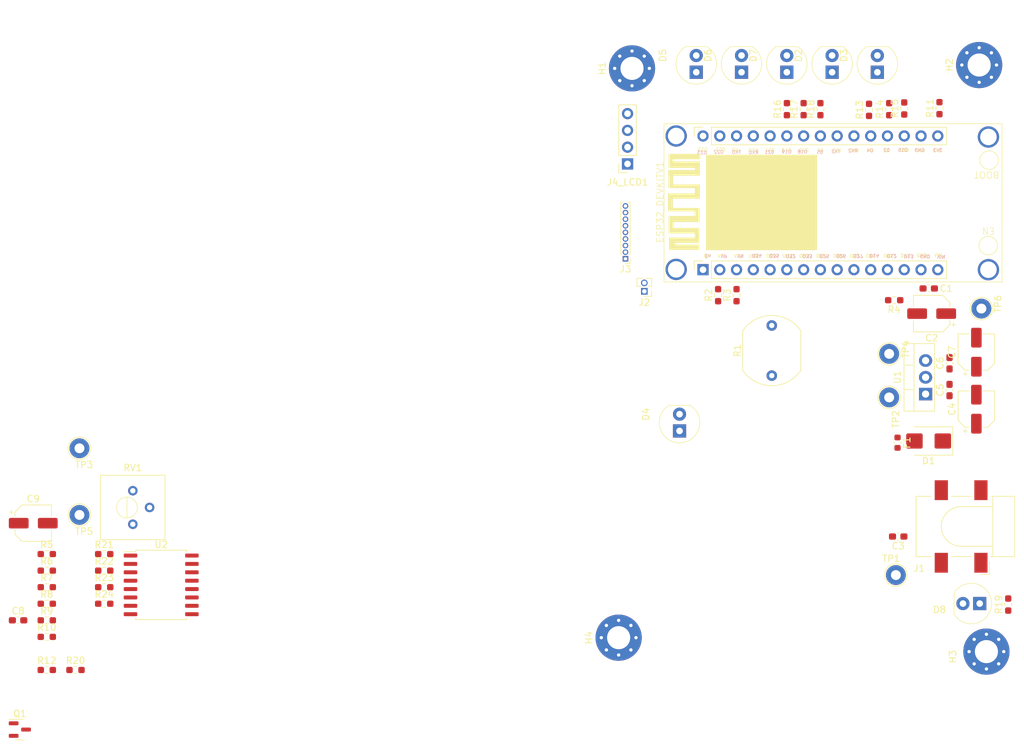
<source format=kicad_pcb>
(kicad_pcb (version 20221018) (generator pcbnew)
  (layers (0 "F.Cu" signal) (1 "In1.Cu" power) (2 "In2.Cu" mixed) (31 "B.Cu" mixed) (34 "B.Paste" user) (35 "F.Paste" user) (36 "B.SilkS" user "B.Silkscreen") (37 "F.SilkS" user "F.Silkscreen") (38 "B.Mask" user) (39 "F.Mask" user) (44 "Edge.Cuts" user))
  (net 0 "")
  (net 1 "+5V")
  (net 2 "GND")
  (net 3 "Vin")
  (net 4 "Net-(U2-VDD)")
  (net 5 "Net-(D1-A)")
  (net 6 "Net-(D2-Pad1)")
  (net 7 "Net-(D3-Pad1)")
  (net 8 "Net-(D4-Pad1)")
  (net 9 "Net-(D5-Pad1)")
  (net 10 "Net-(D6-Pad1)")
  (net 11 "Net-(D7-Pad1)")
  (net 21 "Net-(ESP32_DEVKITV1-GPIO34)")
  (net 22 "Net-(ESP32_DEVKITV1-VN_GPIO39)")
  (net 23 "Net-(ESP32_DEVKITV1-VP_GPIO36)")
  (net 26 "Net-(ESP32_DEVKITV1-GPIO22_SCL)")
  (net 27 "Net-(DF_Player1-RX)")
  (net 28 "Net-(DF_Player1-TX)")
  (net 31 "Net-(ESP32_DEVKITV1-GPIO21_SDA)")
  (net 32 "Net-(ESP32_DEVKITV1-GPIO19)")
  (net 33 "Net-(ESP32_DEVKITV1-GPIO18)")
  (net 34 "Net-(ESP32_DEVKITV1-GPIO5)")
  (net 35 "Net-(ESP32_DEVKITV1-GPIO4)")
  (net 36 "Net-(ESP32_DEVKITV1-GPIO2)")
  (net 37 "Net-(ESP32_DEVKITV1-GPIO15)")
  (net 38 "Net-(ESP32_DEVKITV1-3V3)")
  (net 39 "Net-(F1-Pad2)")
  (net 40 "Net-(Q1-G)")
  (net 41 "Net-(Q1-D)")
  (net 42 "+3.3V")
  (net 43 "Net-(U2-A2)")
  (net 44 "Net-(U2-A1)")
  (net 45 "Net-(U2-A0)")
  (net 46 "Net-(U2-~{INT})")
  (net 47 "Net-(D8-Pad1)")
  (net 48 "Net-(U2-P3)")
  (net 49 "Net-(U3-VO)")
  (net 50 "Net-(U2-P0)")
  (net 51 "Net-(U2-P1)")
  (net 52 "Net-(U2-P2)")
  (net 53 "Net-(U2-P4)")
  (net 54 "Net-(U2-P5)")
  (net 55 "Net-(U2-P6)")
  (net 56 "Net-(U2-P7)")
  (net 59 "Net-(J2-Pin_1)")
  (net 60 "Net-(J2-Pin_2)")
  (footprint "Resistor_SMD:R_0603_1608Metric_Pad0.98x0.95mm_HandSolder" (layer "F.Cu") (at 176.784 45.9075 90)
    (fp_text reference "R11" (at 0 -1.43 90) (layer "F.SilkS"))
    (fp_text value "1 Ohm")
    (pad "1" smd roundrect (at -0.9125 0 90) (size 0.975 0.95) (layers "F.Cu" "F.Paste" "F.Mask") (net 38 "Net-(ESP32_DEVKITV1-3V3)"))
    (pad "2" smd roundrect (at 0.9125 0 90) (size 0.975 0.95) (layers "F.Cu" "F.Paste" "F.Mask") (net 42 "+3.3V"))
  )
  (footprint "GeneralPurposeAlarmDevicePCB:LED_5mm_Radial" (layer "F.Cu") (at 180.34 120.988 180)
    (fp_text reference "D8" (at 3.556 -0.932) (layer "F.SilkS"))
    (fp_text value "LED_T1.75_CLEAR_RED")
    (pad "1" thru_hole rect (at -2.54 0 180) (size 2 2) (drill 1) (layers "*.Cu" "*.Mask") (net 47 "Net-(D8-Pad1)"))
    (pad "2" thru_hole circle (at 0 0 180) (size 2 2) (drill 1) (layers "*.Cu" "*.Mask") (net 2 "GND"))
  )
  (footprint "Resistor_SMD:R_0603_1608Metric_Pad0.98x0.95mm_HandSolder" (layer "F.Cu") (at 41.58 115.996)
    (fp_text reference "R6" (at 0 -1.43) (layer "F.SilkS"))
    (fp_text value "4K7")
    (pad "1" smd roundrect (at -0.9125 0) (size 0.975 0.95) (layers "F.Cu" "F.Paste" "F.Mask") (net 44 "Net-(U2-A1)"))
    (pad "2" smd roundrect (at 0.9125 0) (size 0.975 0.95) (layers "F.Cu" "F.Paste" "F.Mask") (net 4 "Net-(U2-VDD)"))
  )
  (footprint "Resistor_SMD:R_0603_1608Metric_Pad0.98x0.95mm_HandSolder" (layer "F.Cu") (at 50.28 118.506)
    (fp_text reference "R23" (at 0 -1.43) (layer "F.SilkS"))
    (fp_text value "DNI")
    (pad "1" smd roundrect (at -0.9125 0) (size 0.975 0.95) (layers "F.Cu" "F.Paste" "F.Mask") (net 49 "Net-(U3-VO)"))
    (pad "2" smd roundrect (at 0.9125 0) (size 0.975 0.95) (layers "F.Cu" "F.Paste" "F.Mask") (net 4 "Net-(U2-VDD)"))
  )
  (footprint "Capacitor_SMD:C_0603_1608Metric_Pad1.08x0.95mm_HandSolder" (layer "F.Cu") (at 178.308 84.5655 90)
    (fp_text reference "C6" (at 0 -1.43 90) (layer "F.SilkS"))
    (fp_text value "100nF")
    (pad "1" smd roundrect (at -0.8625 0 90) (size 1.075 0.95) (layers "F.Cu" "F.Paste" "F.Mask") (net 1 "+5V"))
    (pad "2" smd roundrect (at 0.8625 0 90) (size 1.075 0.95) (layers "F.Cu" "F.Paste" "F.Mask") (net 2 "GND"))
  )
  (footprint "Resistor_SMD:R_0603_1608Metric_Pad0.98x0.95mm_HandSolder" (layer "F.Cu") (at 187.198 121.1385 90)
    (fp_text reference "R19" (at 0 -1.43 90) (layer "F.SilkS"))
    (fp_text value "330R")
    (pad "1" smd roundrect (at -0.9125 0 90) (size 0.975 0.95) (layers "F.Cu" "F.Paste" "F.Mask") (net 47 "Net-(D8-Pad1)"))
    (pad "2" smd roundrect (at 0.9125 0 90) (size 0.975 0.95) (layers "F.Cu" "F.Paste" "F.Mask") (net 1 "+5V"))
  )
  (footprint "Resistor_SMD:R_0603_1608Metric_Pad0.98x0.95mm_HandSolder" (layer "F.Cu") (at 50.28 113.486)
    (fp_text reference "R21" (at 0 -1.43) (layer "F.SilkS"))
    (fp_text value "4K7")
    (pad "1" smd roundrect (at -0.9125 0) (size 0.975 0.95) (layers "F.Cu" "F.Paste" "F.Mask") (net 48 "Net-(U2-P3)"))
    (pad "2" smd roundrect (at 0.9125 0) (size 0.975 0.95) (layers "F.Cu" "F.Paste" "F.Mask") (net 4 "Net-(U2-VDD)"))
  )
  (footprint "TestPoint:TestPoint_Loop_D2.54mm_Drill1.5mm_Beaded" (layer "F.Cu") (at 169.164 89.746 90)
    (fp_text reference "TP2" (at -3.302 1.016 90) (layer "F.SilkS"))
    (fp_text value "TestPoint")
    (pad "1" thru_hole circle (at 0 0 90) (size 3 3) (drill 1.5) (layers "*.Cu" "*.Mask") (net 3 "Vin"))
  )
  (footprint "GeneralPurposeAlarmDevicePCB:MountingHole_3.5mm_Pad_Via" (layer "F.Cu") (at 183.896 128.27 90)
    (fp_text reference "H3" (at -0.762 -5.08 90) (layer "F.SilkS"))
    (fp_text value "MountingHole_Pad_3.5mm")
    (pad "1" thru_hole circle (at -2.625 0 90) (size 0.8 0.8) (drill 0.5) (layers "*.Cu" "*.Mask") (net 2 "GND"))
    (pad "1" thru_hole circle (at -1.856155 -1.856155 90) (size 0.8 0.8) (drill 0.5) (layers "*.Cu" "*.Mask") (net 2 "GND"))
    (pad "1" thru_hole circle (at -1.856155 1.856155 90) (size 0.8 0.8) (drill 0.5) (layers "*.Cu" "*.Mask") (net 2 "GND"))
    (pad "1" thru_hole circle (at 0 -2.625 90) (size 0.8 0.8) (drill 0.5) (layers "*.Cu" "*.Mask") (net 2 "GND"))
    (pad "1" thru_hole circle (at 0 0 90) (size 7 7) (drill 3.5) (layers "*.Cu" "*.Mask") (net 2 "GND"))
    (pad "1" thru_hole circle (at 0 2.625 90) (size 0.8 0.8) (drill 0.5) (layers "*.Cu" "*.Mask") (net 2 "GND"))
    (pad "1" thru_hole circle (at 1.856155 -1.856155 90) (size 0.8 0.8) (drill 0.5) (layers "*.Cu" "*.Mask") (net 2 "GND"))
    (pad "1" thru_hole circle (at 1.856155 1.856155 90) (size 0.8 0.8) (drill 0.5) (layers "*.Cu" "*.Mask") (net 2 "GND"))
    (pad "1" thru_hole circle (at 2.625 0 90) (size 0.8 0.8) (drill 0.5) (layers "*.Cu" "*.Mask") (net 2 "GND"))
  )
  (footprint "Capacitor_SMD:C_0603_1608Metric_Pad1.08x0.95mm_HandSolder" (layer "F.Cu") (at 170.5345 110.828 180)
    (fp_text reference "C3" (at 0 -1.43) (layer "F.SilkS"))
    (fp_text value "39pF")
    (pad "1" smd roundrect (at -0.8625 0 180) (size 1.075 0.95) (layers "F.Cu" "F.Paste" "F.Mask") (net 2 "GND"))
    (pad "2" smd roundrect (at 0.8625 0 180) (size 1.075 0.95) (layers "F.Cu" "F.Paste" "F.Mask") (net 2 "GND"))
  )
  (footprint "Capacitor_SMD:CP_Elec_5x5.4" (layer "F.Cu") (at 182.372 91.524 90)
    (fp_text reference "C4" (at 0 -3.7 90) (layer "F.SilkS"))
    (fp_text value "47uF 16V")
    (pad "1" smd roundrect (at -2.2 0 90) (size 3 1.6) (layers "F.Cu" "F.Paste" "F.Mask") (roundrect_rratio 0.15625) (net 3 "Vin"))
    (pad "2" smd roundrect (at 2.2 0 90) (size 3 1.6) (layers "F.Cu" "F.Paste" "F.Mask") (roundrect_rratio 0.15625) (net 2 "GND"))
  )
  (footprint "OptoDevice:R_LDR_10x8.5mm_P7.6mm_Vertical" (layer "F.Cu") (at 151.384 86.444 90)
    (fp_text reference "R1" (at 3.8 -5.2 90) (layer "F.SilkS"))
    (fp_text value "LDR03")
    (pad "1" thru_hole circle (at 0 0 90) (size 1.6 1.6) (drill 0.8) (layers "*.Cu" "*.Mask") (net 2 "GND"))
    (pad "2" thru_hole circle (at 7.6 0 90) (size 1.6 1.6) (drill 0.8) (layers "*.Cu" "*.Mask") (net 21 "Net-(ESP32_DEVKITV1-GPIO34)"))
  )
  (footprint "Package_TO_SOT_SMD:SOT-23" (layer "F.Cu") (at 37.5 140.086)
    (fp_text reference "Q1" (at 0 -2.4) (layer "F.SilkS"))
    (fp_text value "BSS138")
    (pad "1" smd roundrect (at -0.9375 -0.95) (size 1.475 0.6) (layers "F.Cu" "F.Paste" "F.Mask") (net 40 "Net-(Q1-G)"))
    (pad "2" smd roundrect (at -0.9375 0.95) (size 1.475 0.6) (layers "F.Cu" "F.Paste" "F.Mask") (net 2 "GND"))
    (pad "3" smd roundrect (at 0.9375 0) (size 1.475 0.6) (layers "F.Cu" "F.Paste" "F.Mask") (net 41 "Net-(Q1-D)"))
  )
  (footprint "Resistor_SMD:R_0603_1608Metric_Pad0.98x0.95mm_HandSolder" (layer "F.Cu") (at 41.58 113.486)
    (fp_text reference "R5" (at 0 -1.43) (layer "F.SilkS"))
    (fp_text value "4K7")
    (pad "1" smd roundrect (at -0.9125 0) (size 0.975 0.95) (layers "F.Cu" "F.Paste" "F.Mask") (net 43 "Net-(U2-A2)"))
    (pad "2" smd roundrect (at 0.9125 0) (size 0.975 0.95) (layers "F.Cu" "F.Paste" "F.Mask") (net 4 "Net-(U2-VDD)"))
  )
  (footprint "TestPoint:TestPoint_Loop_D2.54mm_Drill1.5mm_Beaded" (layer "F.Cu") (at 46.53 97.456)
    (fp_text reference "TP3" (at 0.7 2.5) (layer "F.SilkS"))
    (fp_text value "nINT")
    (pad "1" thru_hole circle (at 0 0) (size 3 3) (drill 1.5) (layers "*.Cu" "*.Mask") (net 46 "Net-(U2-~{INT})"))
  )
  (footprint "Capacitor_SMD:C_0603_1608Metric_Pad1.08x0.95mm_HandSolder" (layer "F.Cu") (at 175.1595 73.236 180)
    (fp_text reference "C1" (at -2.6405 0) (layer "F.SilkS"))
    (fp_text value "100nF")
    (pad "1" smd roundrect (at -0.8625 0 180) (size 1.075 0.95) (layers "F.Cu" "F.Paste" "F.Mask") (net 1 "+5V"))
    (pad "2" smd roundrect (at 0.8625 0 180) (size 1.075 0.95) (layers "F.Cu" "F.Paste" "F.Mask") (net 2 "GND"))
  )
  (footprint "TestPoint:TestPoint_Loop_D2.54mm_Drill1.5mm_Beaded" (layer "F.Cu") (at 46.53 107.556)
    (fp_text reference "TP5" (at 0.7 2.5) (layer "F.SilkS"))
    (fp_text value "Vcc_LCD")
    (pad "1" thru_hole circle (at 0 0) (size 3 3) (drill 1.5) (layers "*.Cu" "*.Mask") (net 4 "Net-(U2-VDD)"))
  )
  (footprint "Resistor_SMD:R_0603_1608Metric_Pad0.98x0.95mm_HandSolder" (layer "F.Cu") (at 41.58 118.506)
    (fp_text reference "R7" (at 0 -1.43) (layer "F.SilkS"))
    (fp_text value "4K7")
    (pad "1" smd roundrect (at -0.9125 0) (size 0.975 0.95) (layers "F.Cu" "F.Paste" "F.Mask") (net 45 "Net-(U2-A0)"))
    (pad "2" smd roundrect (at 0.9125 0) (size 0.975 0.95) (layers "F.Cu" "F.Paste" "F.Mask") (net 4 "Net-(U2-VDD)"))
  )
  (footprint "GeneralPurposeAlarmDevicePCB:MountingHole_3.5mm_Pad_Via" (layer "F.Cu") (at 130.217 39.878 90)
    (fp_text reference "H1" (at 0 -4.5 90) (layer "F.SilkS"))
    (fp_text value "MountingHole_Pad_3.5mm")
    (pad "1" thru_hole circle (at -2.625 0 90) (size 0.8 0.8) (drill 0.5) (layers "*.Cu" "*.Mask") (net 2 "GND"))
    (pad "1" thru_hole circle (at -1.856155 -1.856155 90) (size 0.8 0.8) (drill 0.5) (layers "*.Cu" "*.Mask") (net 2 "GND"))
    (pad "1" thru_hole circle (at -1.856155 1.856155 90) (size 0.8 0.8) (drill 0.5) (layers "*.Cu" "*.Mask") (net 2 "GND"))
    (pad "1" thru_hole circle (at 0 -2.625 90) (size 0.8 0.8) (drill 0.5) (layers "*.Cu" "*.Mask") (net 2 "GND"))
    (pad "1" thru_hole circle (at 0 0 90) (size 7 7) (drill 3.5) (layers "*.Cu" "*.Mask") (net 2 "GND"))
    (pad "1" thru_hole circle (at 0 2.625 90) (size 0.8 0.8) (drill 0.5) (layers "*.Cu" "*.Mask") (net 2 "GND"))
    (pad "1" thru_hole circle (at 1.856155 -1.856155 90) (size 0.8 0.8) (drill 0.5) (layers "*.Cu" "*.Mask") (net 2 "GND"))
    (pad "1" thru_hole circle (at 1.856155 1.856155 90) (size 0.8 0.8) (drill 0.5) (layers "*.Cu" "*.Mask") (net 2 "GND"))
    (pad "1" thru_hole circle (at 2.625 0 90) (size 0.8 0.8) (drill 0.5) (layers "*.Cu" "*.Mask") (net 2 "GND"))
  )
  (footprint "Connector_PinSocket_2.54mm:PinSocket_1x04_P2.54mm_Vertical" (layer "F.Cu") (at 129.54 54.356 180)
    (fp_text reference "J4_LCD1" (at 0 -2.77) (layer "F.SilkS"))
    (fp_text value "Conn_01x04")
    (pad "1" thru_hole rect (at 0 0 180) (size 1.7 1.7) (drill 1) (layers "*.Cu" "*.Mask") (net 2 "GND"))
    (pad "2" thru_hole oval (at 0 2.54 180) (size 1.7 1.7) (drill 1) (layers "*.Cu" "*.Mask") (net 1 "+5V"))
    (pad "3" thru_hole oval (at 0 5.08 180) (size 1.7 1.7) (drill 1) (layers "*.Cu" "*.Mask") (net 31 "Net-(ESP32_DEVKITV1-GPIO21_SDA)"))
    (pad "4" thru_hole oval (at 0 7.62 180) (size 1.7 1.7) (drill 1) (layers "*.Cu" "*.Mask") (net 26 "Net-(ESP32_DEVKITV1-GPIO22_SCL)"))
  )
  (footprint "TestPoint:TestPoint_Loop_D2.54mm_Drill1.5mm_Beaded" (layer "F.Cu") (at 183.134 76.284 90)
    (fp_text reference "TP6" (at 0.7 2.5 90) (layer "F.SilkS"))
    (fp_text value "TestPoint")
    (pad "1" thru_hole circle (at 0 0 90) (size 3 3) (drill 1.5) (layers "*.Cu" "*.Mask") (net 1 "+5V"))
  )
  (footprint "Fuse:Fuse_0603_1608Metric" (layer "F.Cu") (at 170.434 96.604 -90)
    (fp_text reference "F1" (at 0 -1.43 90) (layer "F.SilkS"))
    (fp_text value "Polyfuse_Small")
    (pad "1" smd roundrect (at -0.7875 0 270) (size 0.875 0.95) (layers "F.Cu" "F.Paste" "F.Mask") (net 5 "Net-(D1-A)"))
    (pad "2" smd roundrect (at 0.7875 0 270) (size 0.875 0.95) (layers "F.Cu" "F.Paste" "F.Mask") (net 39 "Net-(F1-Pad2)"))
  )
  (footprint "Capacitor_SMD:CP_Elec_5x5.4" (layer "F.Cu") (at 39.53 108.806)
    (fp_text reference "C9" (at 0 -3.7) (layer "F.SilkS"))
    (fp_text value "47uF 16V")
    (pad "1" smd roundrect (at -2.2 0) (size 3 1.6) (layers "F.Cu" "F.Paste" "F.Mask") (roundrect_rratio 0.15625) (net 4 "Net-(U2-VDD)"))
    (pad "2" smd roundrect (at 2.2 0) (size 3 1.6) (layers "F.Cu" "F.Paste" "F.Mask") (roundrect_rratio 0.15625) (net 2 "GND"))
  )
  (footprint "Resistor_SMD:R_0603_1608Metric_Pad0.98x0.95mm_HandSolder" (layer "F.Cu") (at 143.256 74.252 90)
    (fp_text reference "R2" (at 0 -1.43 90) (layer "F.SilkS"))
    (fp_text value "10 k")
    (pad "1" smd roundrect (at -0.9125 0 90) (size 0.975 0.95) (layers "F.Cu" "F.Paste" "F.Mask") (net 23 "Net-(ESP32_DEVKITV1-VP_GPIO36)"))
    (pad "2" smd roundrect (at 0.9125 0 90) (size 0.975 0.95) (layers "F.Cu" "F.Paste" "F.Mask") (net 42 "+3.3V"))
  )
  (footprint "GeneralPurposeAlarmDevicePCB:LED_5mm_Radial" (layer "F.Cu") (at 160.521155 37.924155 90)
    (fp_text reference "D2" (at 0 -5.08 90) (layer "F.SilkS"))
    (fp_text value "LED_T1.75_CLEAR_RED")
    (pad "1" thru_hole rect (at -2.54 0 90) (size 2 2) (drill 1) (layers "*.Cu" "*.Mask") (net 6 "Net-(D2-Pad1)"))
    (pad "2" thru_hole circle (at 0 0 90) (size 2 2) (drill 1) (layers "*.Cu" "*.Mask") (net 2 "GND"))
  )
  (footprint "GeneralPurposeAlarmDevicePCB:LED_5mm_Radial" (layer "F.Cu") (at 139.947155 37.924155 90)
    (fp_text reference "D5" (at 0 -5.08 90) (layer "F.SilkS"))
    (fp_text value "LED_T1.75_CLEAR_RED")
    (pad "1" thru_hole rect (at -2.54 0 90) (size 2 2) (drill 1) (layers "*.Cu" "*.Mask") (net 9 "Net-(D5-Pad1)"))
    (pad "2" thru_hole circle (at 0 0 90) (size 2 2) (drill 1) (layers "*.Cu" "*.Mask") (net 2 "GND"))
  )
  (footprint "Capacitor_SMD:C_0603_1608Metric_Pad1.08x0.95mm_HandSolder" (layer "F.Cu") (at 37.23 123.526)
    (fp_text reference "C8" (at 0 -1.43) (layer "F.SilkS"))
    (fp_text value "100nF")
    (pad "1" smd roundrect (at -0.8625 0) (size 1.075 0.95) (layers "F.Cu" "F.Paste" "F.Mask") (net 4 "Net-(U2-VDD)"))
    (pad "2" smd roundrect (at 0.8625 0) (size 1.075 0.95) (layers "F.Cu" "F.Paste" "F.Mask") (net 2 "GND"))
  )
  (footprint "Resistor_SMD:R_0603_1608Metric_Pad0.98x0.95mm_HandSolder" (layer "F.Cu") (at 153.67 46.058 90)
    (fp_text reference "R16" (at 0 -1.43 90) (layer "F.SilkS"))
    (fp_text value "60 ohm")
    (pad "1" smd roundrect (at -0.9125 0 90) (size 0.975 0.95) (layers "F.Cu" "F.Paste" "F.Mask") (net 9 "Net-(D5-Pad1)"))
    (pad "2" smd roundrect (at 0.9125 0 90) (size 0.975 0.95) (layers "F.Cu" "F.Paste" "F.Mask") (net 32 "Net-(ESP32_DEVKITV1-GPIO19)"))
  )
  (footprint "Resistor_SMD:R_0603_1608Metric_Pad0.98x0.95mm_HandSolder" (layer "F.Cu") (at 158.75 46.058 90)
    (fp_text reference "R18" (at 0 -1.43 90) (layer "F.SilkS"))
    (fp_text value "60 ohm")
    (pad "1" smd roundrect (at -0.9125 0 90) (size 0.975 0.95) (layers "F.Cu" "F.Paste" "F.Mask") (net 11 "Net-(D7-Pad1)"))
    (pad "2" smd roundrect (at 0.9125 0 90) (size 0.975 0.95) (layers "F.Cu" "F.Paste" "F.Mask") (net 34 "Net-(ESP32_DEVKITV1-GPIO5)"))
  )
  (footprint "Resistor_SMD:R_0603_1608Metric_Pad0.98x0.95mm_HandSolder" (layer "F.Cu") (at 171.45 45.9545 90)
    (fp_text reference "R15" (at 0 -1.43 90) (layer "F.SilkS"))
    (fp_text value "60 ohm")
    (pad "1" smd roundrect (at -0.9125 0 90) (size 0.975 0.95) (layers "F.Cu" "F.Paste" "F.Mask") (net 8 "Net-(D4-Pad1)"))
    (pad "2" smd roundrect (at 0.9125 0 90) (size 0.975 0.95) (layers "F.Cu" "F.Paste" "F.Mask") (net 37 "Net-(ESP32_DEVKITV1-GPIO15)"))
  )
  (footprint "GeneralPurposeAlarmDevicePCB:MountingHole_3.5mm_Pad_Via" (layer "F.Cu") (at 128.191845 126.159845 90)
    (fp_text reference "H4" (at 0 -4.5 90) (layer "F.SilkS"))
    (fp_text value "MountingHole_Pad_3.5mm")
    (pad "1" thru_hole circle (at -2.625 0 90) (size 0.8 0.8) (drill 0.5) (layers "*.Cu" "*.Mask") (net 2 "GND"))
    (pad "1" thru_hole circle (at -1.856155 -1.856155 90) (size 0.8 0.8) (drill 0.5) (layers "*.Cu" "*.Mask") (net 2 "GND"))
    (pad "1" thru_hole circle (at -1.856155 1.856155 90) (size 0.8 0.8) (drill 0.5) (layers "*.Cu" "*.Mask") (net 2 "GND"))
    (pad "1" thru_hole circle (at 0 -2.625 90) (size 0.8 0.8) (drill 0.5) (layers "*.Cu" "*.Mask") (net 2 "GND"))
    (pad "1" thru_hole circle (at 0 0 90) (size 7 7) (drill 3.5) (layers "*.Cu" "*.Mask") (net 2 "GND"))
    (pad "1" thru_hole circle (at 0 2.625 90) (size 0.8 0.8) (drill 0.5) (layers "*.Cu" "*.Mask") (net 2 "GND"))
    (pad "1" thru_hole circle (at 1.856155 -1.856155 90) (size 0.8 0.8) (drill 0.5) (layers "*.Cu" "*.Mask") (net 2 "GND"))
    (pad "1" thru_hole circle (at 1.856155 1.856155 90) (size 0.8 0.8) (drill 0.5) (layers "*.Cu" "*.Mask") (net 2 "GND"))
    (pad "1" thru_hole circle (at 2.625 0 90) (size 0.8 0.8) (drill 0.5) (layers "*.Cu" "*.Mask") (net 2 "GND"))
  )
  (footprint "GeneralPurposeAlarmDevicePCB:LED_5mm_Radial" (layer "F.Cu") (at 146.805155 37.924155 90)
    (fp_text reference "D6" (at 0 -5.08 90) (layer "F.SilkS"))
    (fp_text value "LED_T1.75_CLEAR_RED")
    (pad "1" thru_hole rect (at -2.54 0 90) (size 2 2) (drill 1) (layers "*.Cu" "*.Mask") (net 10 "Net-(D6-Pad1)"))
    (pad "2" thru_hole circle (at 0 0 90) (size 2 2) (drill 1) (layers "*.Cu" "*.Mask") (net 2 "GND"))
  )
  (footprint "GeneralPurposeAlarmDevicePCB:LED_5mm_Radial" (layer "F.Cu") (at 153.663155 37.924155 90)
    (fp_text reference "D7" (at 0 -5.08 90) (layer "F.SilkS"))
    (fp_text value "LED_T1.75_CLEAR_RED")
    (pad "1" thru_hole rect (at -2.54 0 90) (size 2 2) (drill 1) (layers "*.Cu" "*.Mask") (net 11 "Net-(D7-Pad1)"))
    (pad "2" thru_hole circle (at 0 0 90) (size 2 2) (drill 1) (layers "*.Cu" "*.Mask") (net 2 "GND"))
  )
  (footprint "Capacitor_SMD:CP_Elec_5x5.4" (layer "F.Cu") (at 175.6 77.046 180)
    (fp_text reference "C2" (at 0 -3.7) (layer "F.SilkS"))
    (fp_text value "47uF 16V")
    (pad "1" smd roundrect (at -2.2 0 180) (size 3 1.6) (layers "F.Cu" "F.Paste" "F.Mask") (roundrect_rratio 0.15625) (net 1 "+5V"))
    (pad "2" smd roundrect (at 2.2 0 180) (size 3 1.6) (layers "F.Cu" "F.Paste" "F.Mask") (roundrect_rratio 0.15625) (net 2 "GND"))
  )
  (footprint "Capacitor_SMD:C_0603_1608Metric_Pad1.08x0.95mm_HandSolder" (layer "F.Cu") (at 178.308 88.6295 90)
    (fp_text reference "C5" (at 0 -1.43 90) (layer "F.SilkS"))
    (fp_text value "100nF")
    (pad "1" smd roundrect (at -0.8625 0 90) (size 1.075 0.95) (layers "F.Cu" "F.Paste" "F.Mask") (net 3 "Vin"))
    (pad "2" smd roundrect (at 0.8625 0 90) (size 1.075 0.95) (layers "F.Cu" "F.Paste" "F.Mask") (net 2 "GND"))
  )
  (footprint "Resistor_SMD:R_0603_1608Metric_Pad0.98x0.95mm_HandSolder" (layer "F.Cu") (at 41.58 131.056)
    (fp_text reference "R12" (at 0 -1.43) (layer "F.SilkS"))
    (fp_text value "1R0")
    (pad "1" smd roundrect (at -0.9125 0) (size 0.975 0.95) (layers "F.Cu" "F.Paste" "F.Mask") (net 45 "Net-(U2-A0)"))
    (pad "2" smd roundrect (at 0.9125 0) (size 0.975 0.95) (layers "F.Cu" "F.Paste" "F.Mask") (net 2 "GND"))
  )
  (footprint "Resistor_SMD:R_0603_1608Metric_Pad0.98x0.95mm_HandSolder" (layer "F.Cu") (at 50.28 121.016)
    (fp_text reference "R24" (at 0 -1.43) (layer "F.SilkS"))
    (fp_text value "DNI")
    (pad "1" smd roundrect (at -0.9125 0) (size 0.975 0.95) (layers "F.Cu" "F.Paste" "F.Mask") (net 2 "GND"))
    (pad "2" smd roundrect (at 0.9125 0) (size 0.975 0.95) (layers "F.Cu" "F.Paste" "F.Mask") (net 49 "Net-(U3-VO)"))
  )
  (footprint "esp32 15 pin Library:esp32" (layer "F.Cu") (at 134.96 60.1522 90)
    (fp_text reference "ESP32_DEVKITV1" (at 0 -0.5 90 unlocked) (layer "F.SilkS") (effects (font (thickness 0.1))))
    (fp_text value "~")
    (fp_text user "O27" (at -7.8514 28.6832 -180 unlocked) (layer "B.SilkS") (effects (font (size 0.5 0.5) (thickness 0.1)) (justify left bottom mirror)))
    (fp_text user "TXO" (at 7.2818 11.8264 unlocked) (layer "B.SilkS") (effects (font (size 0.5 0.5) (thickness 0.075)) (justify left bottom mirror)))
    (fp_text user "GND" (at 7.5918 39.6164 unlocked) (layer "B.SilkS") (effects (font (size 0.5 0.5) (thickness 0.075)) (justify left bottom mirror)))
    (fp_text user "RX2" (at 7.4918 29.4864 unlocked) (layer "B.SilkS") (effects (font (size 0.5 0.5) (thickness 0.075)) (justify left bottom mirror)))
    (fp_text user "021" (at 7.3018 16.8164 unlocked) (layer "B.SilkS") (effects (font (size 0.5 0.5) (thickness 0.075)) (justify left bottom mirror)))
    (fp_text user "O4" (at 7.5318 31.8764 unlocked) (layer "B.SilkS") (effects (font (size 0.5 0.5) (thickness 0.075)) (justify left bottom mirror)))
    (fp_text user "O15" (at 7.6118 37.0764 unlocked) (layer "B.SilkS") (effects (font (size 0.5 0.5) (thickness 0.075)) (justify left bottom mirror)))
    (fp_text user "O14" (at -7.8214 31.1432 -180 unlocked) (layer "B.SilkS") (effects (font (size 0.5 0.5) (thickness 0.1)) (justify left bottom mirror)))
    (fp_text user "D13" (at -7.9014 36.3732 -180 unlocked) (layer "B.SilkS") (effects (font (size 0.5 0.5) (thickness 0.1)) (justify left bottom mirror)))
    (fp_text user "O34" (at -7.8114 13.3732 -180 unlocked) (layer "B.SilkS") (effects (font (size 0.5 0.5) (thickness 0.1)) (justify left bottom mirror)))
    (fp_text user "O26" (at -7.8614 26.1232 -180 unlocked) (layer "B.SilkS") (effects (font (size 0.5 0.5) (thickness 0.1)) (justify left bottom mirror)))
    (fp_text user "O32" (at -7.8714 18.4832 -180 unlocked) (layer "B.SilkS") (effects (font (size 0.5 0.5) (thickness 0.1)) (justify left bottom mirror)))
    (fp_text user "02" (at 7.5918 34.3564 unlocked) (layer "B.SilkS") (effects (font (size 0.5 0.5) (thickness 0.075)) (justify left bottom mirror)))
    (fp_text user "RXO" (at 7.2418 14.4664 unlocked) (layer "B.SilkS") (effects (font (size 0.5 0.5) (thickness 0.075)) (justify left bottom mirror)))
    (fp_text user "O35" (at -7.8314 15.9932 -180 unlocked) (layer "B.SilkS") (effects (font (size 0.5 0.5) (thickness 0.1)) (justify left bottom mirror)))
    (fp_text user "O12" (at -7.8414 33.7832 -180 unlocked) (layer "B.SilkS") (effects (font (size 0.5 0.5) (thickness 0.1)) (justify left bottom mirror)))
    (fp_text user "VIN" (at -7.9714 41.4432 -180 unlocked) (layer "B.SilkS") (effects (font (size 0.5 0.5) (thickness 0.1)) (justify left bottom mirror)))
    (fp_text user "O19" (at 7.3418 19.4764 unlocked) (layer "B.SilkS") (effects (font (size 0.5 0.5) (thickness 0.075)) (justify left bottom mirror)))
    (fp_text user "O23" (at 7.2118 6.6664 unlocked) (layer "B.SilkS") (effects (font (size 0.5 0.5) (thickness 0.075)) (justify left bottom mirror)))
    (fp_text user "En" (at -7.8514 6.2532 -180 unlocked) (layer "B.SilkS") (effects (font (size 0.5 0.5) (thickness 0.1)) (justify left bottom mirror)))
    (fp_text user "O22" (at 7.3218 9.1764 unlocked) (layer "B.SilkS") (effects (font (size 0.5 0.5) (thickness 0.075)) (justify left bottom mirror)))
    (fp_text user "GND" (at -7.9214 38.8032 -180 unlocked) (layer "B.SilkS") (effects (font (size 0.5 0.5) (thickness 0.1)) (justify left bottom mirror)))
    (fp_text user "O18" (at 7.3418 21.8664 unlocked) (layer "B.SilkS") (effects (font (size 0.5 0.5) (thickness 0.075)) (justify left bottom mirror)))
    (fp_text user "VN" (at -7.8614 11.1432 -180 unlocked) (layer "B.SilkS") (effects (font (size 0.5 0.5) (thickness 0.1)) (justify left bottom mirror)))
    (fp_text user "VP" (at -7.8414 8.6832 -180 unlocked) (layer "B.SilkS") (effects (font (size 0.5 0.5) (thickness 0.1)) (justify left bottom mirror)))
    (fp_text user "3V3" (at 7.5918 42.3364 unlocked) (layer "B.SilkS") (effects (font (size 0.5 0.5) (thickness 0.075) bold) (justify left bottom mirror)))
    (fp_text user "05" (at 7.2918 24.2464 unlocked) (layer "B.SilkS") (effects (font (size 0.5 0.5) (thickness 0.075)) (justify left bottom mirror)))
    (fp_text user "O33" (at -7.8614 21.0132 -180 unlocked) (layer "B.SilkS") (effects (font (size 0.5 0.5) (thickness 0.1)) (justify left bottom mirror)))
    (fp_text user "O25" (at -7.8714 23.5832 -180 unlocked) (layer "B.SilkS") (effects (font (size 0.5 0.5) (thickness 0.1)) (justify left bottom mirror)))
    (fp_text user "TX2" (at 7.3818 26.8464 unlocked) (layer "B.SilkS") (effects (font (size 0.5 0.5) (thickness 0.075)) (justify left bottom mirror)))
    (fp_text user "05" (at 8.2014 24.3488 180 unlocked) (layer "F.SilkS") (effects (font (size 0.5 0.5) (thickness 0.075)) (justify left bottom)))
    (fp_text user "RX2" (at 8.2014 29.6828 180 unlocked) (layer "F.SilkS") (effects (font (size 0.5 0.5) (thickness 0.075)) (justify left bottom)))
    (fp_text user "D13" (at -8.4014 35.8732 unlocked) (layer "F.SilkS") (effects (font (size 0.5 0.5) (thickness 0.1)) (justify left bottom)))
    (fp_text user "O19" (at 8.2522 19.472 180 unlocked) (layer "F.SilkS") (effects (font (size 0.5 0.5) (thickness 0.075)) (justify left bottom)))
    (fp_text user "O33" (at -8.4414 20.5132 unlocked) (layer "F.SilkS") (effects (font (size 0.5 0.5) (thickness 0.1)) (justify left bottom)))
    (fp_text user "VN" (at -8.4414 10.6432 unlocked) (layer "F.SilkS") (effects (font (size 0.5 0.5) (thickness 0.1)) (justify left bottom)))
    (fp_text user "BOOT" (at 4.747 50.968 180 unlocked) (layer "F.SilkS") (effects (font (thickness 0.1)) (justify left bottom)))
    (fp_text user "TXO" (at 8.2522 11.7504 180 unlocked) (layer "F.SilkS") (effects (font (size 0.5 0.5) (thickness 0.075)) (justify left bottom)))
    (fp_text user "O26" (at -8.4414 25.6232 unlocked) (layer "F.SilkS") (effects (font (size 0.5 0.5) (thickness 0.1)) (justify left bottom)))
    (fp_text user "O23" (at 8.303 6.772 180 unlocked) (layer "F.SilkS") (effects (font (size 0.5 0.5) (thickness 0.075)) (justify left bottom)))
    (fp_text user "O4" (at 8.2014 31.8164 180 unlocked) (layer "F.SilkS") (effects (font (size 0.5 0.5) (thickness 0.075)) (justify left bottom)))
    (fp_text user "O35" (at -8.4714 15.4932 unlocked) (layer "F.SilkS") (effects (font (size 0.5 0.5) (thickness 0.1)) (justify left bottom)))
    (fp_text user "02" (at 8.1506 34.3056 180 unlocked) (layer "F.SilkS") (effects (font (size 0.5 0.5) (thickness 0.075)) (justify left bottom)))
    (fp_text user "GND" (at -8.3814 38.3032 unlocked) (layer "F.SilkS") (effects (font (size 0.5 0.5) (thickness 0.1)) (justify left bottom)))
    (fp_text user "EN" (at -3.7814 50.2832 180 unlocked) (layer "F.SilkS") (effects (font (thickness 0.1)) (justify left bottom)))
    (fp_text user "021" (at 8.2522 16.8812 180 unlocked) (layer "F.SilkS") (effects (font (size 0.5 0.5) (thickness 0.075)) (justify left bottom)))
    (fp_text user "O27" (at -8.4514 28.1832 unlocked) (layer "F.SilkS") (effects (font (size 0.5 0.5) (thickness 0.1)) (justify left bottom)))
    (fp_text user "VP" (at -8.4614 8.1832 unlocked) (layer "F.SilkS") (effects (font (size 0.5 0.5) (thickness 0.1)) (justify left bottom)))
    (fp_text user "O32" (at -8.4314 17.9832 unlocked) (layer "F.SilkS") (effects (font (size 0.5 0.5) (thickness 0.1)) (justify left bottom)))
    (fp_text user "O34" (at -8.4914 12.8732 unlocked) (layer "F.SilkS") (effects (font (size 0.5 0.5) (thickness 0.1)) (justify left bottom)))
    (fp_text user "O22" (at 8.303 9.4136 180 unlocked) (layer "F.SilkS") (effects (font (size 0.5 0.5) (thickness 0.075)) (justify left bottom)))
    (fp_text user "VIN" (at -8.3314 40.9432 unlocked) (layer "F.SilkS") (effects (font (size 0.5 0.5) (thickness 0.1)) (justify left bottom)))
    (fp_text user "O15" (at 8.2014 37.3028 180 unlocked) (layer "F.SilkS") (effects (font (size 0.5 0.5) (thickness 0.075)) (justify left bottom)))
    (fp_text user "O12" (at -8.4614 33.2832 unlocked) (layer "F.SilkS") (effects (font (size 0.5 0.5) (thickness 0.1)) (justify left bottom)))
    (fp_text user "O14" (at -8.4814 30.6432 unlocked) (layer "F.SilkS") (effects (font (size 0.5 0.5) (thickness 0.1)) (justify left bottom)))
    (fp_text user "TX2" (at 8.2014 27.0412 180 unlocked) (layer "F.SilkS") (effects (font (size 0.5 0.5) (thickness 0.075)) (justify left bottom)))
    (fp_text user "O18" (at 8.2014 22.0628 180 unlocked) (layer "F.SilkS") (effects (font (size 0.5 0.5) (thickness 0.075)) (justify left bottom)))
    (fp_text user "O25" (at -8.4314 23.0832 unlocked) (layer "F.SilkS") (effects (font (size 0.5 0.5) (thickness 0.1)) (justify left bottom)))
    (fp_text user "En" (at -8.461 6.0608 unlocked) (layer "F.SilkS") (effects (font (size 0.5 0.5) (thickness 0.1)) (justify left bottom)))
    (fp_text user "3V3" (at 8.1506 42.2304 180 unlocked) (layer "F.SilkS") (effects (font (size 0.5 0.5) (thickness 0.075) bold) (justify left bottom)))
    (fp_text user "GND" (at 8.1506 39.6904 180 unlocked) (layer "F.SilkS") (effects (font (size 0.5 0.5) (thickness 0.075)) (justify left bottom)))
    (fp_text user "RXO" (at 8.2522 14.4428 180 unlocked) (layer "F.SilkS") (effects (font (size 0.5 0.5) (thickness 0.075)) (justify left bottom)))
    (pad "" np_thru_hole circle (at -10.239 49.2408 90) (size 3.228898 3.228898) (drill 2.5) (layers "F&B.Cu" "*.Mask"))
    (pad "" np_thru_hole circle (at -10.1882 1.946 90) (size 3.228898 3.228898) (drill 2.5) (layers "F&B.Cu" "*.Mask"))
    (pad "" np_thru_hole circle (at 9.8778 49.2408 90) (size 3.228898 3.228898) (drill 2.5) (layers "F&B.Cu" "*.Mask"))
    (pad "" np_thru_hole circle (at 10.0302 1.946 90) (size 3.228898 3.228898) (drill 2.5) (layers "F&B.Cu" "*.Mask"))
    (pad "1" thru_hole oval (at -10.239 41.57 90) (size 1.7 1.7) (drill 1) (layers "*.Cu" "*.Mask") (net 1 "+5V"))
    (pad "2" thru_hole oval (at -10.239 39.03 90) (size 1.7 1.7) (drill 1) (layers "*.Cu" "*.Mask") (net 2 "GND"))
    (pad "3" thru_hole oval (at -10.239 36.49 90) (size 1.7 1.7) (drill 1) (layers "*.Cu" "*.Mask"))
    (pad "4" thru_hole oval (at -10.239 33.95 90) (size 1.7 1.7) (drill 1) (layers "*.Cu" "*.Mask"))
    (pad "5" thru_hole oval (at -10.239 31.41 90) (size 1.7 1.7) (drill 1) (layers "*.Cu" "*.Mask"))
    (pad "6" thru_hole oval (at -10.239 28.87 90) (size 1.7 1.7) (drill 1) (layers "*.Cu" "*.Mask"))
    (pad "7" thru_hole oval (at -10.239 26.33 90) (size 1.7 1.7) (drill 1) (layers "*.Cu" "*.Mask"))
    (pad "8" thru_hole oval (at -10.239 23.79 90) (size 1.7 1.7) (drill 1) (layers "*.Cu" "*.Mask"))
    (pad "9" thru_hole oval (at -10.239 21.25 90) (size 1.7 1.7) (drill 1) (layers "*.Cu" "*.Mask"))
    (pad "10" thru_hole oval (at -10.239 18.71 90) (size 1.7 1.7) (drill 1) (layers "*.Cu" "*.Mask"))
    (pad "11" thru_hole oval (at -10.239 16.17 90) (size 1.7 1.7) (drill 1) (layers "*.Cu" "*.Mask"))
    (pad "12" thru_hole oval (at -10.239 13.63 90) (size 1.7 1.7) (drill 1) (layers "*.Cu" "*.Mask") (net 21 "Net-(ESP32_DEVKITV1-GPIO34)"))
    (pad "13" thru_hole oval (at -10.239 11.09 90) (size 1.7 1.7) (drill 1) (layers "*.Cu" "*.Mask") (net 22 "Net-(ESP32_DEVKITV1-VN_GPIO39)"))
    (pad "14" thru_hole oval (at -10.239 8.55 90) (size 1.7 1.7) (drill 1) (layers "*.Cu" "*.Mask") (net 23 "Net-(ESP32_DEVKITV1-VP_GPIO36)"))
    (pad "15" thru_hole rect (at -10.239 6.01 90) (size 1.7 1.7) (drill 1) (layers "*.Cu" "*.Mask"))
    (pad "16" thru_hole oval (at 10.0302 6.01 90) (size 1.7 1.7) (drill 1) (layers "*.Cu" "*.Mask"))
    (pad "17" thru_hole oval (at 10.0302 8.55 90) (size 1.7 1.7) (drill 1) (layers "*.Cu" "*.Mask") (net 26 "Net-(ESP32_DEVKITV1-GPIO22_SCL)"))
    (pad "18" thru_hole oval (at 10.0302 11.09 90) (size 1.7 1.7) (drill 1) (layers "*.Cu" "*.Mask"))
    (pad "19" thru_hole oval (at 10.0302 13.63 90) (size 1.7 1.7) (drill 1) (layers "*.Cu" "*.Mask"))
    (pad "20" thru_hole oval (at 10.0302 16.17 90) (size 1.7 1.7) (drill 1) (layers "*.Cu" "*.Mask") (net 31 "Net-(ESP32_DEVKITV1-GPIO21_SDA)"))
    (pad "21" thru_hole oval (at 10.0302 18.71 90) (size 1.7 1.7) (drill 1) (layers "*.Cu" "*.Mask") (net 32 "Net-(ESP32_DEVKITV1-GPIO19)"))
    (pad "22" thru_hole oval (at 10.0302 21.25 90) (size 1.7 1.7) (drill 1) (layers "*.Cu" "*.Mask") (net 33 "Net-(ESP32_DEVKITV1-GPIO18)"))
    (pad "23" thru_hole oval (at 10.0302 23.79 90) (size 1.7 1.7) (drill 1) (layers "*.Cu" "*.Mask") (net 34 "Net-(ESP32_DEVKITV1-GPIO5)"))
    (pad "24" thru_hole oval (at 10.0302 26.33 90) (size 1.7 1.7) (drill 1) (layers "*.Cu" "*.Mask") (net 27 "Net-(DF_Player1-RX)"))
    (pad "25" thru_hole oval (at 10.0302 28.87 90) (size 1.7 1.7) (drill 1) (layers "*.Cu" "*.Mask") (net 28 "Net-(DF_Player1-TX)"))
    (pad "26" thru_hole oval (at 10.0302 31.41 90) (size 1.7 1.7) (drill 1) (layers "*.Cu" "*.Mask") (net 35 "Net-(ESP32_DEVKITV1-GPIO4)"))
    (pad "27" thru_hole oval (at 10.0302 33.95 90) (size 1.7 1.7) (drill 1) (layers "*.Cu" "*.Mask") (net 36 "Net-(ESP32_DEVKITV1-GPIO2)"))
    (pad "28" thru_hole oval (at 10.0302 36.49 90) (size 1.7 1.7) (drill 1) (layers "*.Cu" "*.Mask") (net 37 "Net-(ESP32_DEVKITV1-GPIO15)"))
    (pad "29" thru_hole oval (at 10.0302 39.03 90) (size 1.7 1.7) (drill 1) (layers "*.Cu" "*.Mask") (net 2 "GND"))
    (pad "30" thru_hole oval (at 10.0302 41.57 90) (size 1.7 1.7) (drill 1) (layers "*.Cu" "*.Mask") (net 38 "Net-(ESP32_DEVKITV1-3V3)"))
  )
  (footprint "GeneralPurposeAlarmDevicePCB:LED_5mm_Radial" (layer "F.Cu") (at 167.379155 37.924155 90)
    (fp_text reference "D3" (at 0 -5.08 90) (layer "F.SilkS"))
    (fp_text value "LED_T1.75_CLEAR_RED")
    (pad "1" thru_hole rect (at -2.54 0 90) (size 2 2) (drill 1) (layers "*.Cu" "*.Mask") (net 7 "Net-(D3-Pad1)"))
    (pad "2" thru_hole circle (at 0 0 90) (size 2 2) (drill 1) (layers "*.Cu" "*.Mask") (net 2 "GND"))
  )
  (footprint "Diode_SMD:D_SMB" (layer "F.Cu") (at 175.142 96.35 180)
    (fp_text reference "D1" (at 0 -3) (layer "F.SilkS"))
    (fp_text value "D_Schottky")
    (pad "1" smd roundrect (at -2.15 0 180) (size 2.5 2.3) (layers "F.Cu" "F.Paste" "F.Mask") (roundrect_rratio 0.1086956522) (net 3 "Vin"))
    (pad "2" smd roundrect (at 2.15 0 180) (size 2.5 2.3) (layers "F.Cu" "F.Paste" "F.Mask") (roundrect_rratio 0.1086956522) (net 5 "Net-(D1-A)"))
  )
  (footprint "Resistor_SMD:R_0603_1608Metric_Pad0.98x0.95mm_HandSolder" (layer "F.Cu") (at 166.116 46.1615 90)
    (fp_text reference "R13" (at 0 -1.43 90) (layer "F.SilkS"))
    (fp_text value "60 ohm")
    (pad "1" smd roundrect (at -0.9125 0 90) (size 0.975 0.95) (layers "F.Cu" "F.Paste" "F.Mask") (net 6 "Net-(D2-Pad1)"))
    (pad "2" smd roundrect (at 0.9125 0 90) (size 0.975 0.95) (layers "F.Cu" "F.Paste" "F.Mask") (net 35 "Net-(ESP32_DEVKITV1-GPIO4)"))
  )
  (footprint "GeneralPurposeAlarmDevicePCB:Potentiometer_Bourns_3386P_Vertical" (layer "F.Cu") (at 54.61 108.966)
    (fp_text reference "RV1" (at -0.015 -8.555) (layer "F.SilkS"))
    (fp_text value "POT 0.375 10K")
    (pad "1" thru_hole circle (at 0 0) (size 1.44 1.44) (drill 0.8) (layers "*.Cu" "*.Mask") (net 2 "GND"))
    (pad "2" thru_hole circle (at 2.54 -2.54) (size 1.44 1.44) (drill 0.8) (layers "*.Cu" "*.Mask") (net 49 "Net-(U3-VO)"))
    (pad "3" thru_hole circle (at 0 -5.08) (size 1.44 1.44) (drill 0.8) (layers "*.Cu" "*.Mask") (net 4 "Net-(U2-VDD)"))
  )
  (footprint "Package_SO:SOIC-16W_7.5x10.3mm_P1.27mm" (layer "F.Cu") (at 58.91 118.156)
    (fp_text reference "U2" (at 0 -6.1) (layer "F.SilkS"))
    (fp_text value "PCF8574AT_3_518")
    (pad "1" smd roundrect (at -4.65 -4.445) (size 2.05 0.6) (layers "F.Cu" "F.Paste" "F.Mask") (net 45 "Net-(U2-A0)"))
    (pad "2" smd roundrect (at -4.65 -3.175) (size 2.05 0.6) (layers "F.Cu" "F.Paste" "F.Mask") (net 44 "Net-(U2-A1)"))
    (pad "3" smd roundrect (at -4.65 -1.905) (size 2.05 0.6) (layers "F.Cu" "F.Paste" "F.Mask") (net 43 "Net-(U2-A2)"))
    (pad "4" smd roundrect (at -4.65 -0.635) (size 2.05 0.6) (layers "F.Cu" "F.Paste" "F.Mask") (net 50 "Net-(U2-P0)"))
    (pad "5" smd roundrect (at -4.65 0.635) (size 2.05 0.6) (layers "F.Cu" "F.Paste" "F.Mask") (net 51 "Net-(U2-P1)"))
    (pad "6" smd roundrect (at -4.65 1.905) (size 2.05 0.6) (layers "F.Cu" "F.Paste" "F.Mask") (net 52 "Net-(U2-P2)"))
    (pad "7" smd roundrect (at -4.65 3.175) (size 2.05 0.6) (layers "F.Cu" "F.Paste" "F.Mask") (net 48 "Net-(U2-P3)"))
    (pad "8" smd roundrect (at -4.65 4.445) (size 2.05 0.6) (layers "F.Cu" "F.Paste" "F.Mask") (net 2 "GND"))
    (pad "9" smd roundrect (at 4.65 4.445) (size 2.05 0.6) (layers "F.Cu" "F.Paste" "F.Mask") (net 53 "Net-(U2-P4)"))
    (pad "10" smd roundrect (at 4.65 3.175) (size 2.05 0.6) (layers "F.Cu" "F.Paste" "F.Mask") (net 54 "Net-(U2-P5)"))
    (pad "11" smd roundrect (at 4.65 1.905) (size 2.05 0.6) (layers "F.Cu" "F.Paste" "F.Mask") (net 55 "Net-(U2-P6)"))
    (pad "12" smd roundrect (at 4.65 0.635) (size 2.05 0.6) (layers "F.Cu" "F.Paste" "F.Mask") (net 56 "Net-(U2-P7)"))
    (pad "13" smd roundrect (at 4.65 -0.635) (size 2.05 0.6) (layers "F.Cu" "F.Paste" "F.Mask") (net 46 "Net-(U2-~{INT})"))
    (pad "14" smd roundrect (at 4.65 -1.905) (size 2.05 0.6) (layers "F.Cu" "F.Paste" "F.Mask"))
    (pad "15" smd roundrect (at 4.65 -3.175) (size 2.05 0.6) (layers "F.Cu" "F.Paste" "F.Mask"))
    (pad "16" smd roundrect (at 4.65 -4.445) (size 2.05 0.6) (layers "F.Cu" "F.Paste" "F.Mask") (net 4 "Net-(U2-VDD)"))
  )
  (footprint "Resistor_SMD:R_0603_1608Metric_Pad0.98x0.95mm_HandSolder" (layer "F.Cu") (at 41.58 121.016)
    (fp_text reference "R8" (at 0 -1.43) (layer "F.SilkS"))
    (fp_text value "1K")
    (pad "1" smd roundrect (at -0.9125 0) (size 0.975 0.95) (layers "F.Cu" "F.Paste" "F.Mask") (net 46 "Net-(U2-~{INT})"))
    (pad "2" smd roundrect (at 0.9125 0) (size 0.975 0.95) (layers "F.Cu" "F.Paste" "F.Mask") (net 4 "Net-(U2-VDD)"))
  )
  (footprint "TestPoint:TestPoint_Loop_D2.54mm_Drill1.5mm_Beaded" (layer "F.Cu") (at 169.164 83.142 90)
    (fp_text reference "TP4" (at 0.7 2.5 90) (layer "F.SilkS"))
    (fp_text value "TestPoint")
    (pad "1" thru_hole circle (at 0 0 90) (size 3 3) (drill 1.5) (layers "*.Cu" "*.Mask") (net 1 "+5V"))
  )
  (footprint "Resistor_SMD:R_0603_1608Metric_Pad0.98x0.95mm_HandSolder" (layer "F.Cu") (at 41.58 126.036)
    (fp_text reference "R10" (at 0 -1.43) (layer "F.SilkS"))
    (fp_text value "1R0")
    (pad "1" smd roundrect (at -0.9125 0) (size 0.975 0.95) (layers "F.Cu" "F.Paste" "F.Mask") (net 44 "Net-(U2-A1)"))
    (pad "2" smd roundrect (at 0.9125 0) (size 0.975 0.95) (layers "F.Cu" "F.Paste" "F.Mask") (net 2 "GND"))
  )
  (footprint "Resistor_SMD:R_0603_1608Metric_Pad0.98x0.95mm_HandSolder" (layer "F.Cu") (at 169.926 75.014 180)
    (fp_text reference "R4" (at 0 -1.43) (layer "F.SilkS"))
    (fp_text value "R")
    (pad "1" smd roundrect (at -0.9125 0 180) (size 0.975 0.95) (layers "F.Cu" "F.Paste" "F.Mask") (net 1 "+5V"))
    (pad "2" smd roundrect (at 0.9125 0 180) (size 0.975 0.95) (layers "F.Cu" "F.Paste" "F.Mask") (net 1 "+5V"))
  )
  (footprint "Resistor_SMD:R_0603_1608Metric_Pad0.98x0.95mm_HandSolder" (layer "F.Cu") (at 41.58 123.526)
    (fp_text reference "R9" (at 0 -1.43) (layer "F.SilkS"))
    (fp_text value "1R0")
    (pad "1" smd roundrect (at -0.9125 0) (size 0.975 0.95) (layers "F.Cu" "F.Paste" "F.Mask") (net 43 "Net-(U2-A2)"))
    (pad "2" smd roundrect (at 0.9125 0) (size 0.975 0.95) (layers "F.Cu" "F.Paste" "F.Mask") (net 2 "GND"))
  )
  (footprint "Connector_PinHeader_1.27mm:PinHeader_1x02_P1.27mm_Vertical" (layer "F.Cu") (at 132.08 73.66 180)
    (fp_text reference "J2" (at 0 -1.695) (layer "F.SilkS"))
    (fp_text value "SPK")
    (pad "1" thru_hole rect (at 0 0 180) (size 1 1) (drill 0.65) (layers "*.Cu" "*.Mask") (net 59 "Net-(J2-Pin_1)"))
    (pad "2" thru_hole oval (at 0 1.27 180) (size 1 1) (drill 0.65) (layers "*.Cu" "*.Mask") (net 60 "Net-(J2-Pin_2)"))
  )
  (footprint "GeneralPurposeAlarmDevicePCB:LED_5mm_Radial" (layer "F.Cu") (at 137.414 92.286 90)
    (fp_text reference "D4" (at 0 -5.08 90) (layer "F.SilkS"))
    (fp_text value "LED_T1.75_CLEAR_RED")
    (pad "1" thru_hole rect (at -2.54 0 90) (size 2 2) (drill 1) (layers "*.Cu" "*.Mask") (net 8 "Net-(D4-Pad1)"))
    (pad "2" thru_hole circle (at 0 0 90) (size 2 2) (drill 1) (layers "*.Cu" "*.Mask") (net 2 "GND"))
  )
  (footprint "GeneralPurposeAlarmDevicePCB:BarrelJack_CLIFF_FC681465S_SMT_Horizontal" (layer "F.Cu") (at 180.062 109.304 180)
    (fp_text reference "J1" (at 6.35 -6.35) (layer "F.SilkS"))
    (fp_text value "Barrel_Jack_Switch_SMT")
    (pad "" np_thru_hole oval (at -2.9 0 270) (size 1.6 1.6) (drill oval 1.6) (layers "F&B.Cu" "*.Mask"))
    (pad "" np_thru_hole circle (at 1.5 0 270) (size 1.8 1.8) (drill 1.8) (layers "F&B.Cu" "*.Mask"))
    (pad "1" smd rect (at 3 -5.5 270) (size 3 2) (layers "F.Cu" "F.Paste" "F.Mask") (net 39 "Net-(F1-Pad2)"))
    (pad "2" smd rect (at 3 5.5 270) (size 3 2) (layers "F.Cu" "F.Paste" "F.Mask") (net 2 "GND"))
    (pad "3" smd rect (at -3 5.5 270) (size 3 2) (layers "F.Cu" "F.Paste" "F.Mask") (net 2 "GND"))
    (pad "4" smd rect (at -3 -5.5 270) (size 2.999999 2) (layers "F.Cu" "F.Paste" "F.Mask") (net 39 "Net-(F1-Pad2)"))
  )
  (footprint "TestPoint:TestPoint_Loop_D2.54mm_Drill1.5mm_Beaded" (layer "F.Cu") (at 170.18 116.67 180)
    (fp_text reference "TP1" (at 0.7 2.5) (layer "F.SilkS"))
    (fp_text value "TestPoint")
    (pad "1" thru_hole circle (at 0 0 180) (size 3 3) (drill 1.5) (layers "*.Cu" "*.Mask") (net 2 "GND"))
  )
  (footprint "Resistor_SMD:R_0603_1608Metric_Pad0.98x0.95mm_HandSolder" (layer "F.Cu") (at 169.164 46.058 90)
    (fp_text reference "R14" (at 0 -1.43 90) (layer "F.SilkS"))
    (fp_text value "60 ohm")
    (pad "1" smd roundrect (at -0.9125 0 90) (size 0.975 0.95) (layers "F.Cu" "F.Paste" "F.Mask") (net 7 "Net-(D3-Pad1)"))
    (pad "2" smd roundrect (at 0.9125 0 90) (size 0.975 0.95) (layers "F.Cu" "F.Paste" "F.Mask") (net 36 "Net-(ESP32_DEVKITV1-GPIO2)"))
  )
  (footprint "GeneralPurposeAlarmDevicePCB:MountingHole_3.5mm_Pad_Via" (layer "F.Cu") (at 182.795 39.37 90)
    (fp_text reference "H2" (at 0 -4.5 90) (layer "F.SilkS"))
    (fp_text value "MountingHole_Pad_3.5mm")
    (pad "1" thru_hole circle (at -2.625 0 90) (size 0.8 0.8) (drill 0.5) (layers "*.Cu" "*.Mask") (net 2 "GND"))
    (pad "1" thru_hole circle (at -1.856155 -1.856155 90) (size 0.8 0.8) (drill 0.5) (layers "*.Cu" "*.Mask") (net 2 "GND"))
    (pad "1" thru_hole circle (at -1.856155 1.856155 90) (size 0.8 0.8) (drill 0.5) (layers "*.Cu" "*.Mask") (net 2 "GND"))
    (pad "1" thru_hole circle (at 0 -2.625 90) (size 0.8 0.8) (drill 0.5) (layers "*.Cu" "*.Mask") (net 2 "GND"))
    (pad "1" thru_hole circle (at 0 0 90) (size 7 7) (drill 3.5) (layers "*.Cu" "*.Mask") (net 2 "GND"))
    (pad "1" thru_hole circle (at 0 2.625 90) (size 0.8 0.8) (drill 0.5) (layers "*.Cu" "*.Mask") (net 2 "GND"))
    (pad "1" thru_hole circle (at 1.856155 -1.856155 90) (size 0.8 0.8) (drill 0.5) (layers "*.Cu" "*.Mask") (net 2 "GND"))
    (pad "1" thru_hole circle (at 1.856155 1.856155 90) (size 0.8 0.8) (drill 0.5) (layers "*.Cu" "*.Mask") (net 2 "GND"))
    (pad "1" thru_hole circle (at 2.625 0 90) (size 0.8 0.8) (drill 0.5) (layers "*.Cu" "*.Mask") (net 2 "GND"))
  )
  (footprint "Connector_PinHeader_1.00mm:PinHeader_1x09_P1.00mm_Vertical" (layer "F.Cu") (at 129.226 68.73 180)
    (fp_text reference "J3" (at 0 -1.56) (layer "F.SilkS"))
    (fp_text value "5_DFPLAYER1")
    (pad "1" thru_hole rect (at 0 0 180) (size 0.85 0.85) (drill 0.5) (layers "*.Cu" "*.Mask") (net 1 "+5V"))
    (pad "2" thru_hole oval (at 0 1 180) (size 0.85 0.85) (drill 0.5) (layers "*.Cu" "*.Mask") (net 27 "Net-(DF_Player1-RX)"))
    (pad "3" thru_hole oval (at 0 2 180) (size 0.85 0.85) (drill 0.5) (layers "*.Cu" "*.Mask") (net 28 "Net-(DF_Player1-TX)"))
    (pad "4" thru_hole oval (at 0 3 180) (size 0.85 0.85) (drill 0.5) (layers "*.Cu" "*.Mask"))
    (pad "5" thru_hole oval (at 0 4 180) (size 0.85 0.85) (drill 0.5) (layers "*.Cu" "*.Mask"))
    (pad "6" thru_hole oval (at 0 5 180) (size 0.85 0.85) (drill 0.5) (layers "*.Cu" "*.Mask") (net 59 "Net-(J2-Pin_1)"))
    (pad "7" thru_hole oval (at 0 6 180) (size 0.85 0.85) (drill 0.5) (layers "*.Cu" "*.Mask") (net 2 "GND"))
    (pad "8" thru_hole oval (at 0 7 180) (size 0.85 0.85) (drill 0.5) (layers "*.Cu" "*.Mask") (net 60 "Net-(J2-Pin_2)"))
    (pad "9" thru_hole oval (at 0 8 180) (size 0.85 0.85) (drill 0.5) (layers "*.Cu" "*.Mask") (net 2 "GND"))
  )
  (footprint "Package_TO_SOT_THT:TO-220-3_Vertical" (layer "F.Cu") (at 174.681 89.238 90)
    (fp_text reference "U1" (at 2.54 -4.27 90) (layer "F.SilkS"))
    (fp_text value "LM7805_TO220")
    (pad "1" thru_hole rect (at 0 0 90) (size 1.905 2) (drill 1.1) (layers "*.Cu" "*.Mask") (net 3 "Vin"))
    (pad "2" thru_hole oval (at 2.54 0 90) (size 1.905 2) (drill 1.1) (layers "*.Cu" "*.Mask") (net 2 "GND"))
    (pad "3" thru_hole oval (at 5.08 0 90) (size 1.905 2) (drill 1.1) (layers "*.Cu" "*.Mask") (net 1 "+5V"))
  )
  (footprint "Resistor_SMD:R_0603_1608Metric_Pad0.98x0.95mm_HandSolder" (layer "F.Cu") (at 50.28 115.996)
    (fp_text reference "R22" (at 0 -1.43) (layer "F.SilkS"))
    (fp_text value "4K7")
    (pad "1" smd roundrect (at -0.9125 0) (size 0.975 0.95) (layers "F.Cu" "F.Paste" "F.Mask") (net 40 "Net-(Q1-G)"))
    (pad "2" smd roundrect (at 0.9125 0) (size 0.975 0.95) (layers "F.Cu" "F.Paste" "F.Mask") (net 48 "Net-(U2-P3)"))
  )
  (footprint "Capacitor_SMD:CP_Elec_5x5.4" (layer "F.Cu") (at 182.372 82.888 90)
    (fp_text reference "C7" (at 0 -3.7 90) (layer "F.SilkS"))
    (fp_text value "47uF 16V")
    (pad "1" smd roundrect (at -2.2 0 90) (size 3 1.6) (layers "F.Cu" "F.Paste" "F.Mask") (roundrect_rratio 0.15625) (net 1 "+5V"))
    (pad "2" smd roundrect (at 2.2 0 90) (size 3 1.6) (layers "F.Cu" "F.Paste" "F.Mask") (roundrect_rratio 0.15625) (net 2 "GND"))
  )
  (footprint "Resistor_SMD:R_0603_1608Metric_Pad0.98x0.95mm_HandSolder" (layer "F.Cu") (at 156.21 46.058 90)
    (fp_text reference "R17" (at 0 -1.43 90) (layer "F.SilkS"))
    (fp_text value "60 ohm")
    (pad "1" smd roundrect (at -0.9125 0 90) (size 0.975 0.95) (layers "F.Cu" "F.Paste" "F.Mask") (net 10 "Net-(D6-Pad1)"))
    (pad "2" smd roundrect (at 0.9125 0 90) (size 0.975 0.95) (layers "F.Cu" "F.Paste" "F.Mask") (net 33 "Net-(ESP32_DEVKITV1-GPIO18)"))
  )
  (footprint "Resistor_SMD:R_0603_1608Metric_Pad0.98x0.95mm_HandSolder" (layer "F.Cu") (at 45.93 131.056)
    (fp_text reference "R20" (at 0 -1.43) (layer "F.SilkS"))
    (fp_text value "1R0")
    (pad "1" smd roundrect (at -0.9125 0) (size 0.975 0.95) (layers "F.Cu" "F.Paste" "F.Mask") (net 4 "Net-(U2-VDD)"))
    (pad "2" smd roundrect (at 0.9125 0) (size 0.975 0.95) (layers "F.Cu" "F.Paste" "F.Mask") (net 1 "+5V"))
  )
  (footprint "Resistor_SMD:R_0603_1608Metric_Pad0.98x0.95mm_HandSolder" (layer "F.Cu") (at 146.05 74.252 90)
    (fp_text reference "R3" (at 0 -1.43 90) (layer "F.SilkS"))
    (fp_text value "10 k")
    (pad "1" smd roundrect (at -0.9125 0 90) (size 0.975 0.95) (layers "F.Cu" "F.Paste" "F.Mask") (net 42 "+3.3V"))
    (pad "2" smd roundrect (at 0.9125 0 90) (size 0.975 0.95) (layers "F.Cu" "F.Paste" "F.Mask") (net 22 "Net-(ESP32_DEVKITV1-VN_GPIO39)"))
  )
)
</source>
